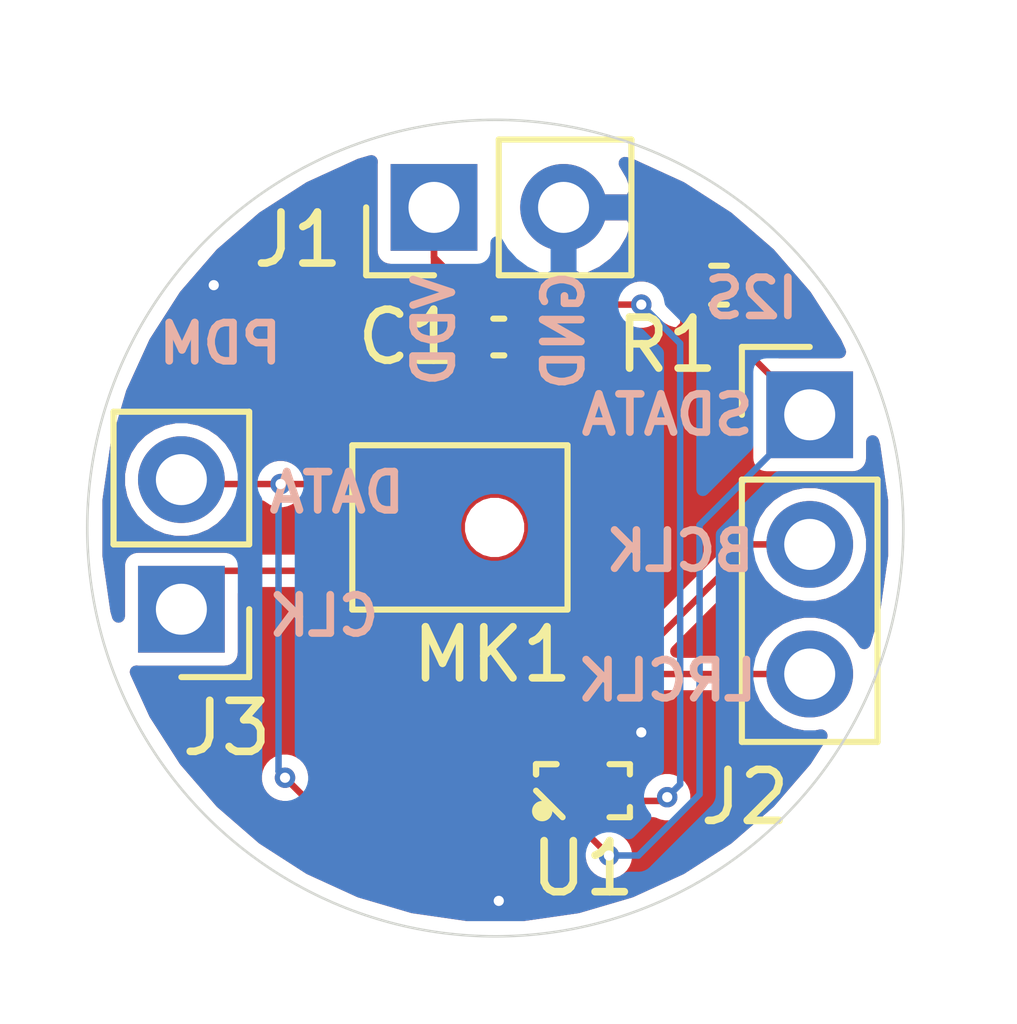
<source format=kicad_pcb>
(kicad_pcb (version 20171130) (host pcbnew 5.1.10)

  (general
    (thickness 1.6)
    (drawings 10)
    (tracks 55)
    (zones 0)
    (modules 7)
    (nets 8)
  )

  (page A4)
  (layers
    (0 F.Cu signal)
    (31 B.Cu signal)
    (32 B.Adhes user)
    (33 F.Adhes user)
    (34 B.Paste user)
    (35 F.Paste user)
    (36 B.SilkS user)
    (37 F.SilkS user)
    (38 B.Mask user)
    (39 F.Mask user)
    (40 Dwgs.User user)
    (41 Cmts.User user)
    (42 Eco1.User user)
    (43 Eco2.User user)
    (44 Edge.Cuts user)
    (45 Margin user)
    (46 B.CrtYd user)
    (47 F.CrtYd user)
    (48 B.Fab user hide)
    (49 F.Fab user hide)
  )

  (setup
    (last_trace_width 0.25)
    (trace_clearance 0.2)
    (zone_clearance 0.254)
    (zone_45_only no)
    (trace_min 0.127)
    (via_size 0.8)
    (via_drill 0.4)
    (via_min_size 0.4)
    (via_min_drill 0.2)
    (uvia_size 0.3)
    (uvia_drill 0.1)
    (uvias_allowed no)
    (uvia_min_size 0.2)
    (uvia_min_drill 0.1)
    (edge_width 0.05)
    (segment_width 0.2)
    (pcb_text_width 0.3)
    (pcb_text_size 1.5 1.5)
    (mod_edge_width 0.12)
    (mod_text_size 1 1)
    (mod_text_width 0.15)
    (pad_size 0.4 0.4)
    (pad_drill 0)
    (pad_to_mask_clearance 0)
    (aux_axis_origin 0 0)
    (visible_elements FFFFEF7F)
    (pcbplotparams
      (layerselection 0x010fc_ffffffff)
      (usegerberextensions false)
      (usegerberattributes true)
      (usegerberadvancedattributes true)
      (creategerberjobfile true)
      (excludeedgelayer true)
      (linewidth 0.100000)
      (plotframeref false)
      (viasonmask false)
      (mode 1)
      (useauxorigin false)
      (hpglpennumber 1)
      (hpglpenspeed 20)
      (hpglpendiameter 15.000000)
      (psnegative false)
      (psa4output false)
      (plotreference true)
      (plotvalue true)
      (plotinvisibletext false)
      (padsonsilk false)
      (subtractmaskfromsilk false)
      (outputformat 1)
      (mirror false)
      (drillshape 1)
      (scaleselection 1)
      (outputdirectory ""))
  )

  (net 0 "")
  (net 1 GND)
  (net 2 VDD)
  (net 3 /SDATA)
  (net 4 /BCLK)
  (net 5 /LRCLK)
  (net 6 /PDM_CLK)
  (net 7 /PDM_DAT)

  (net_class Default "This is the default net class."
    (clearance 0.2)
    (trace_width 0.25)
    (via_dia 0.8)
    (via_drill 0.4)
    (uvia_dia 0.3)
    (uvia_drill 0.1)
  )

  (net_class small ""
    (clearance 0.127)
    (trace_width 0.127)
    (via_dia 0.4)
    (via_drill 0.2)
    (uvia_dia 0.3)
    (uvia_drill 0.1)
    (add_net /BCLK)
    (add_net /LRCLK)
    (add_net /PDM_CLK)
    (add_net /PDM_DAT)
    (add_net /SDATA)
    (add_net GND)
    (add_net VDD)
  )

  (module custom:BGA-8_2x4_0.8x1.6mm (layer F.Cu) (tedit 0) (tstamp 60831848)
    (at 119.253 97.409 90)
    (path /6081731D)
    (attr smd)
    (fp_text reference U1 (at -1.524 0 180) (layer F.SilkS)
      (effects (font (size 1 1) (thickness 0.15)))
    )
    (fp_text value ADAU7002 (at 0 1.8 90) (layer F.Fab)
      (effects (font (size 1 1) (thickness 0.15)))
    )
    (fp_line (start 0 -0.8) (end -0.4 -0.4) (layer F.Fab) (width 0.1))
    (fp_line (start -0.4 -0.4) (end -0.4 0.8) (layer F.Fab) (width 0.1))
    (fp_line (start -0.4 0.8) (end 0.4 0.8) (layer F.Fab) (width 0.1))
    (fp_line (start 0.4 0.8) (end 0.4 -0.8) (layer F.Fab) (width 0.1))
    (fp_line (start 0.4 -0.8) (end 0 -0.8) (layer F.Fab) (width 0.1))
    (fp_line (start 0.32 -0.92) (end 0.52 -0.92) (layer F.SilkS) (width 0.12))
    (fp_line (start 0.52 -0.92) (end 0.52 -0.52) (layer F.SilkS) (width 0.12))
    (fp_line (start 0.32 -0.92) (end 0.52 -0.92) (layer F.SilkS) (width 0.12))
    (fp_line (start 0.52 -0.92) (end 0.52 -0.52) (layer F.SilkS) (width 0.12))
    (fp_line (start 0.32 0.92) (end 0.52 0.92) (layer F.SilkS) (width 0.12))
    (fp_line (start 0.52 0.92) (end 0.52 0.52) (layer F.SilkS) (width 0.12))
    (fp_line (start 0.32 -0.92) (end 0.52 -0.92) (layer F.SilkS) (width 0.12))
    (fp_line (start 0.52 -0.92) (end 0.52 -0.52) (layer F.SilkS) (width 0.12))
    (fp_line (start -0.32 0.92) (end -0.52 0.92) (layer F.SilkS) (width 0.12))
    (fp_line (start -0.52 0.92) (end -0.52 0.52) (layer F.SilkS) (width 0.12))
    (fp_line (start 0 -0.92) (end -0.52 -0.4) (layer F.SilkS) (width 0.12))
    (fp_circle (center -0.4 -0.8) (end -0.4 -0.7) (layer F.SilkS) (width 0.2))
    (fp_line (start -0.6 -1) (end 0.6 -1) (layer F.CrtYd) (width 0.05))
    (fp_line (start 0.6 -1) (end 0.6 1) (layer F.CrtYd) (width 0.05))
    (fp_line (start 0.6 1) (end -0.6 1) (layer F.CrtYd) (width 0.05))
    (fp_line (start -0.6 1) (end -0.6 -1) (layer F.CrtYd) (width 0.05))
    (pad D2 smd circle (at 0.2 0.6 90) (size 0.26 0.26) (layers F.Cu F.Paste F.Mask)
      (net 2 VDD))
    (pad C2 smd circle (at 0.2 0.2 90) (size 0.26 0.26) (layers F.Cu F.Paste F.Mask)
      (net 5 /LRCLK))
    (pad B2 smd circle (at 0.2 -0.2 90) (size 0.26 0.26) (layers F.Cu F.Paste F.Mask)
      (net 4 /BCLK))
    (pad A2 smd circle (at 0.2 -0.6 90) (size 0.26 0.26) (layers F.Cu F.Paste F.Mask)
      (net 6 /PDM_CLK))
    (pad D1 smd circle (at -0.2 0.6 90) (size 0.26 0.26) (layers F.Cu F.Paste F.Mask)
      (net 2 VDD))
    (pad C1 smd circle (at -0.2 0.2 90) (size 0.26 0.26) (layers F.Cu F.Paste F.Mask)
      (net 1 GND))
    (pad B1 smd circle (at -0.2 -0.2 90) (size 0.26 0.26) (layers F.Cu F.Paste F.Mask)
      (net 3 /SDATA))
    (pad A1 smd circle (at -0.2 -0.6 90) (size 0.26 0.26) (layers F.Cu F.Paste F.Mask)
      (net 7 /PDM_DAT))
  )

  (module Resistor_SMD:R_0402_1005Metric (layer F.Cu) (tedit 5F68FEEE) (tstamp 60831827)
    (at 121.92 87.503 180)
    (descr "Resistor SMD 0402 (1005 Metric), square (rectangular) end terminal, IPC_7351 nominal, (Body size source: IPC-SM-782 page 72, https://www.pcb-3d.com/wordpress/wp-content/uploads/ipc-sm-782a_amendment_1_and_2.pdf), generated with kicad-footprint-generator")
    (tags resistor)
    (path /6083C714)
    (attr smd)
    (fp_text reference R1 (at 1.016 -1.17) (layer F.SilkS)
      (effects (font (size 1 1) (thickness 0.15)))
    )
    (fp_text value 4k7 (at 0 1.17) (layer F.Fab)
      (effects (font (size 1 1) (thickness 0.15)))
    )
    (fp_line (start -0.525 0.27) (end -0.525 -0.27) (layer F.Fab) (width 0.1))
    (fp_line (start -0.525 -0.27) (end 0.525 -0.27) (layer F.Fab) (width 0.1))
    (fp_line (start 0.525 -0.27) (end 0.525 0.27) (layer F.Fab) (width 0.1))
    (fp_line (start 0.525 0.27) (end -0.525 0.27) (layer F.Fab) (width 0.1))
    (fp_line (start -0.153641 -0.38) (end 0.153641 -0.38) (layer F.SilkS) (width 0.12))
    (fp_line (start -0.153641 0.38) (end 0.153641 0.38) (layer F.SilkS) (width 0.12))
    (fp_line (start -0.93 0.47) (end -0.93 -0.47) (layer F.CrtYd) (width 0.05))
    (fp_line (start -0.93 -0.47) (end 0.93 -0.47) (layer F.CrtYd) (width 0.05))
    (fp_line (start 0.93 -0.47) (end 0.93 0.47) (layer F.CrtYd) (width 0.05))
    (fp_line (start 0.93 0.47) (end -0.93 0.47) (layer F.CrtYd) (width 0.05))
    (fp_text user %R (at 0 0) (layer F.Fab)
      (effects (font (size 0.26 0.26) (thickness 0.04)))
    )
    (pad 2 smd roundrect (at 0.51 0 180) (size 0.54 0.64) (layers F.Cu F.Paste F.Mask) (roundrect_rratio 0.25)
      (net 1 GND))
    (pad 1 smd roundrect (at -0.51 0 180) (size 0.54 0.64) (layers F.Cu F.Paste F.Mask) (roundrect_rratio 0.25)
      (net 3 /SDATA))
    (model ${KISYS3DMOD}/Resistor_SMD.3dshapes/R_0402_1005Metric.wrl
      (at (xyz 0 0 0))
      (scale (xyz 1 1 1))
      (rotate (xyz 0 0 0))
    )
  )

  (module Sensor_Audio:Infineon_PG-LLGA-5-1 (layer F.Cu) (tedit 5BB39B96) (tstamp 60831816)
    (at 116.84 92.25)
    (descr "Infineon_PG-LLGA-5-1 StepUp generated footprint, https://www.infineon.com/cms/en/product/packages/PG-LLGA/PG-LLGA-5-1/")
    (tags "infineon mems microphone")
    (path /60832ACD)
    (attr smd)
    (fp_text reference MK1 (at 0.635 2.492) (layer F.SilkS)
      (effects (font (size 1 1) (thickness 0.15)))
    )
    (fp_text value IM69D120 (at 0 2.5) (layer F.Fab)
      (effects (font (size 1 1) (thickness 0.15)))
    )
    (fp_line (start -1 -1.5) (end 2 -1.5) (layer F.Fab) (width 0.1))
    (fp_line (start 2 -1.5) (end 2 1.5) (layer F.Fab) (width 0.1))
    (fp_line (start 2 1.5) (end -2 1.5) (layer F.Fab) (width 0.1))
    (fp_line (start -2 1.5) (end -2 -0.5) (layer F.Fab) (width 0.1))
    (fp_line (start -2.25 -1.75) (end 2.25 -1.75) (layer F.CrtYd) (width 0.05))
    (fp_line (start 2.25 -1.75) (end 2.25 1.75) (layer F.CrtYd) (width 0.05))
    (fp_line (start 2.25 1.75) (end -2.25 1.75) (layer F.CrtYd) (width 0.05))
    (fp_line (start -2.25 1.75) (end -2.25 -1.75) (layer F.CrtYd) (width 0.05))
    (fp_line (start -2.11 -1.61) (end 2.11 -1.61) (layer F.SilkS) (width 0.12))
    (fp_line (start 2.11 -1.61) (end 2.11 1.61) (layer F.SilkS) (width 0.12))
    (fp_line (start 2.11 1.61) (end -2.11 1.61) (layer F.SilkS) (width 0.12))
    (fp_line (start -2.11 1.61) (end -2.11 -1.61) (layer F.SilkS) (width 0.12))
    (fp_line (start -2 -0.5) (end -1 -1.5) (layer F.Fab) (width 0.1))
    (fp_text user %R (at 0 0) (layer F.Fab)
      (effects (font (size 1 1) (thickness 0.15)))
    )
    (pad 5 smd custom (at 0.68 -0.81) (size 0.4 0.4) (layers F.Cu F.Mask)
      (net 1 GND) (zone_connect 0)
      (options (clearance outline) (anchor circle))
      (primitives
        (gr_circle (center 0 0.81) (end 0.81 0.81) (width 0.46))
      ))
    (pad "" smd custom (at 1.08 -0.693) (size 0.3 0.3) (layers F.Paste)
      (zone_connect 0)
      (options (clearance outline) (anchor circle))
      (primitives
        (gr_poly (pts
           (xy 0.332468 0.084738) (xy 0.321597 0.162013) (xy 0.281981 0.229246) (xy 0.219652 0.2762) (xy 0.144099 0.295729)
           (xy 0.066824 0.284857) (xy -0.000409 0.245242) (xy -0.1 0.173205) (xy -0.212181 0.122975) (xy -0.280106 0.084557)
           (xy -0.328158 0.023071) (xy -0.349023 -0.052124) (xy -0.339523 -0.12958) (xy -0.301106 -0.197505) (xy -0.239619 -0.245557)
           (xy -0.164424 -0.266422) (xy -0.086969 -0.256922) (xy 0.039636 -0.205356) (xy 0.158025 -0.137004) (xy 0.265986 -0.053144)
           (xy 0.31294 0.009185)) (width 0))
      ))
    (pad "" smd custom (at 0.28 -0.693) (size 0.3 0.3) (layers F.Paste)
      (zone_connect 0)
      (options (clearance outline) (anchor circle))
      (primitives
        (gr_poly (pts
           (xy 0.239619 -0.245557) (xy 0.301106 -0.197505) (xy 0.339523 -0.12958) (xy 0.349023 -0.052124) (xy 0.328158 0.023071)
           (xy 0.280106 0.084557) (xy 0.212181 0.122975) (xy 0.1 0.173205) (xy 0.000409 0.245242) (xy -0.066824 0.284857)
           (xy -0.144099 0.295729) (xy -0.219652 0.2762) (xy -0.281981 0.229246) (xy -0.321597 0.162013) (xy -0.332468 0.084738)
           (xy -0.31294 0.009185) (xy -0.265986 -0.053144) (xy -0.158025 -0.137004) (xy -0.039636 -0.205356) (xy 0.086969 -0.256922)
           (xy 0.164424 -0.266422)) (width 0))
      ))
    (pad "" smd custom (at -0.12 0) (size 0.3 0.3) (layers F.Paste)
      (zone_connect 0)
      (options (clearance outline) (anchor circle))
      (primitives
        (gr_poly (pts
           (xy -0.092849 -0.330295) (xy -0.020491 -0.359518) (xy 0.057542 -0.358826) (xy 0.12937 -0.328325) (xy 0.184059 -0.272658)
           (xy 0.213282 -0.2003) (xy 0.21259 -0.122267) (xy 0.2 0) (xy 0.21259 0.122267) (xy 0.213282 0.2003)
           (xy 0.184059 0.272658) (xy 0.12937 0.328325) (xy 0.057542 0.358826) (xy -0.020491 0.359518) (xy -0.092849 0.330295)
           (xy -0.148516 0.275607) (xy -0.179017 0.203778) (xy -0.197661 0.068352) (xy -0.197661 -0.068352) (xy -0.179017 -0.203778)
           (xy -0.148516 -0.275607)) (width 0))
      ))
    (pad "" smd custom (at 0.28 0.693) (size 0.3 0.3) (layers F.Paste)
      (zone_connect 0)
      (options (clearance outline) (anchor circle))
      (primitives
        (gr_poly (pts
           (xy -0.332475 -0.084712) (xy -0.32161 -0.161988) (xy -0.281999 -0.229224) (xy -0.219674 -0.276183) (xy -0.144122 -0.295717)
           (xy -0.066846 -0.284852) (xy 0.000389 -0.245242) (xy 0.099986 -0.173213) (xy 0.212171 -0.122991) (xy 0.280099 -0.084579)
           (xy 0.328156 -0.023096) (xy 0.349027 0.052097) (xy 0.339534 0.129554) (xy 0.301122 0.197481) (xy 0.239639 0.245538)
           (xy 0.164445 0.266409) (xy 0.086989 0.256916) (xy -0.03962 0.205359) (xy -0.158014 0.137016) (xy -0.265981 0.053165)
           (xy -0.312941 -0.00916)) (width 0))
      ))
    (pad "" smd custom (at 1.08 0.693) (size 0.3 0.3) (layers F.Paste)
      (zone_connect 0)
      (options (clearance outline) (anchor circle))
      (primitives
        (gr_poly (pts
           (xy -0.239617 0.245559) (xy -0.301104 0.197507) (xy -0.339522 0.129583) (xy -0.349022 0.052127) (xy -0.328158 -0.023068)
           (xy -0.280106 -0.084555) (xy -0.212182 -0.122973) (xy -0.100002 -0.173204) (xy -0.000411 -0.245242) (xy 0.066822 -0.284858)
           (xy 0.144097 -0.29573) (xy 0.21965 -0.276202) (xy 0.281979 -0.229248) (xy 0.321596 -0.162016) (xy 0.332468 -0.084741)
           (xy 0.31294 -0.009187) (xy 0.265986 0.053142) (xy 0.158026 0.137002) (xy 0.039638 0.205355) (xy -0.086966 0.256923)
           (xy -0.164422 0.266423)) (width 0))
      ))
    (pad "" smd custom (at 1.48 0) (size 0.3 0.3) (layers F.Paste)
      (zone_connect 0)
      (options (clearance outline) (anchor circle))
      (primitives
        (gr_poly (pts
           (xy 0.092849 0.330295) (xy 0.020491 0.359518) (xy -0.057542 0.358826) (xy -0.12937 0.328325) (xy -0.184059 0.272658)
           (xy -0.213282 0.2003) (xy -0.21259 0.122267) (xy -0.2 0) (xy -0.21259 -0.122267) (xy -0.213282 -0.2003)
           (xy -0.184059 -0.272658) (xy -0.12937 -0.328325) (xy -0.057542 -0.358826) (xy 0.020491 -0.359518) (xy 0.092849 -0.330295)
           (xy 0.148516 -0.275607) (xy 0.179017 -0.203778) (xy 0.197661 -0.068352) (xy 0.197661 0.068352) (xy 0.179017 0.203778)
           (xy 0.148516 0.275607)) (width 0))
      ))
    (pad "" smd custom (at -0.8 0.725) (size 0.3 0.3) (layers F.Paste)
      (zone_connect 0)
      (options (clearance outline) (anchor circle))
      (primitives
        (gr_poly (pts
           (xy 0.184776 -0.076537) (xy 0.141421 -0.141421) (xy 0.076537 -0.184776) (xy 0 -0.2) (xy -0.076537 -0.184776)
           (xy -0.141421 -0.141421) (xy -0.184776 -0.076537) (xy -0.2 0) (xy -0.2 0.25) (xy -0.184776 0.326537)
           (xy -0.141421 0.391421) (xy -0.076537 0.434776) (xy 0 0.45) (xy 0.076537 0.434776) (xy 0.141421 0.391421)
           (xy 0.184776 0.326537) (xy 0.2 0.25) (xy 0.2 0)) (width 0))
      ))
    (pad "" smd custom (at -1.5 0.725) (size 0.3 0.3) (layers F.Paste)
      (zone_connect 0)
      (options (clearance outline) (anchor circle))
      (primitives
        (gr_poly (pts
           (xy 0.184776 -0.076537) (xy 0.141421 -0.141421) (xy 0.076537 -0.184776) (xy 0 -0.2) (xy -0.076537 -0.184776)
           (xy -0.141421 -0.141421) (xy -0.184776 -0.076537) (xy -0.2 0) (xy -0.2 0.25) (xy -0.184776 0.326537)
           (xy -0.141421 0.391421) (xy -0.076537 0.434776) (xy 0 0.45) (xy 0.076537 0.434776) (xy 0.141421 0.391421)
           (xy 0.184776 0.326537) (xy 0.2 0.25) (xy 0.2 0)) (width 0))
      ))
    (pad "" smd custom (at -0.8 -0.725) (size 0.3 0.3) (layers F.Paste)
      (zone_connect 0)
      (options (clearance outline) (anchor circle))
      (primitives
        (gr_poly (pts
           (xy 0.184776 -0.326537) (xy 0.141421 -0.391421) (xy 0.076537 -0.434776) (xy 0 -0.45) (xy -0.076537 -0.434776)
           (xy -0.141421 -0.391421) (xy -0.184776 -0.326537) (xy -0.2 -0.25) (xy -0.2 0) (xy -0.184776 0.076537)
           (xy -0.141421 0.141421) (xy -0.076537 0.184776) (xy 0 0.2) (xy 0.076537 0.184776) (xy 0.141421 0.141421)
           (xy 0.184776 0.076537) (xy 0.2 0) (xy 0.2 -0.25)) (width 0))
      ))
    (pad "" smd custom (at -1.5 -0.725) (size 0.3 0.3) (layers F.Paste)
      (zone_connect 0)
      (options (clearance outline) (anchor circle))
      (primitives
        (gr_poly (pts
           (xy 0.184776 -0.326537) (xy 0.141421 -0.391421) (xy 0.076537 -0.434776) (xy 0 -0.45) (xy -0.076537 -0.434776)
           (xy -0.141421 -0.391421) (xy -0.184776 -0.326537) (xy -0.2 -0.25) (xy -0.2 0) (xy -0.184776 0.076537)
           (xy -0.141421 0.141421) (xy -0.076537 0.184776) (xy 0 0.2) (xy 0.076537 0.184776) (xy 0.141421 0.141421)
           (xy 0.184776 0.076537) (xy 0.2 0) (xy 0.2 -0.25)) (width 0))
      ))
    (pad "" np_thru_hole circle (at 0.68 0) (size 0.8 0.8) (drill 0.8) (layers *.Cu *.Mask))
    (pad 4 smd rect (at -0.8 0.85) (size 0.45 0.7) (layers F.Cu F.Mask)
      (net 1 GND))
    (pad 3 smd rect (at -1.5 0.85) (size 0.45 0.7) (layers F.Cu F.Mask)
      (net 6 /PDM_CLK))
    (pad 2 smd rect (at -0.8 -0.85) (size 0.45 0.7) (layers F.Cu F.Mask)
      (net 2 VDD))
    (pad 1 smd rect (at -1.5 -0.85) (size 0.45 0.7) (layers F.Cu F.Mask)
      (net 7 /PDM_DAT))
    (model ${KISYS3DMOD}/Sensor_Audio.3dshapes/Infineon_PG-LLGA-5-1.wrl
      (at (xyz 0 0 0))
      (scale (xyz 1 1 1))
      (rotate (xyz 0 0 0))
    )
  )

  (module Connector_PinHeader_2.54mm:PinHeader_1x02_P2.54mm_Vertical (layer F.Cu) (tedit 59FED5CC) (tstamp 608317F4)
    (at 111.379 93.853 180)
    (descr "Through hole straight pin header, 1x02, 2.54mm pitch, single row")
    (tags "Through hole pin header THT 1x02 2.54mm single row")
    (path /60859C8C)
    (fp_text reference J3 (at -0.889 -2.33) (layer F.SilkS)
      (effects (font (size 1 1) (thickness 0.15)))
    )
    (fp_text value Conn_01x02 (at 0 4.87) (layer F.Fab)
      (effects (font (size 1 1) (thickness 0.15)))
    )
    (fp_line (start -0.635 -1.27) (end 1.27 -1.27) (layer F.Fab) (width 0.1))
    (fp_line (start 1.27 -1.27) (end 1.27 3.81) (layer F.Fab) (width 0.1))
    (fp_line (start 1.27 3.81) (end -1.27 3.81) (layer F.Fab) (width 0.1))
    (fp_line (start -1.27 3.81) (end -1.27 -0.635) (layer F.Fab) (width 0.1))
    (fp_line (start -1.27 -0.635) (end -0.635 -1.27) (layer F.Fab) (width 0.1))
    (fp_line (start -1.33 3.87) (end 1.33 3.87) (layer F.SilkS) (width 0.12))
    (fp_line (start -1.33 1.27) (end -1.33 3.87) (layer F.SilkS) (width 0.12))
    (fp_line (start 1.33 1.27) (end 1.33 3.87) (layer F.SilkS) (width 0.12))
    (fp_line (start -1.33 1.27) (end 1.33 1.27) (layer F.SilkS) (width 0.12))
    (fp_line (start -1.33 0) (end -1.33 -1.33) (layer F.SilkS) (width 0.12))
    (fp_line (start -1.33 -1.33) (end 0 -1.33) (layer F.SilkS) (width 0.12))
    (fp_line (start -1.8 -1.8) (end -1.8 4.35) (layer F.CrtYd) (width 0.05))
    (fp_line (start -1.8 4.35) (end 1.8 4.35) (layer F.CrtYd) (width 0.05))
    (fp_line (start 1.8 4.35) (end 1.8 -1.8) (layer F.CrtYd) (width 0.05))
    (fp_line (start 1.8 -1.8) (end -1.8 -1.8) (layer F.CrtYd) (width 0.05))
    (fp_text user %R (at 0 1.27 90) (layer F.Fab)
      (effects (font (size 1 1) (thickness 0.15)))
    )
    (pad 2 thru_hole oval (at 0 2.54 180) (size 1.7 1.7) (drill 1) (layers *.Cu *.Mask)
      (net 7 /PDM_DAT))
    (pad 1 thru_hole rect (at 0 0 180) (size 1.7 1.7) (drill 1) (layers *.Cu *.Mask)
      (net 6 /PDM_CLK))
    (model ${KISYS3DMOD}/Connector_PinHeader_2.54mm.3dshapes/PinHeader_1x02_P2.54mm_Vertical.wrl
      (at (xyz 0 0 0))
      (scale (xyz 1 1 1))
      (rotate (xyz 0 0 0))
    )
  )

  (module Connector_PinHeader_2.54mm:PinHeader_1x03_P2.54mm_Vertical (layer F.Cu) (tedit 59FED5CC) (tstamp 608317DE)
    (at 123.698 90.043)
    (descr "Through hole straight pin header, 1x03, 2.54mm pitch, single row")
    (tags "Through hole pin header THT 1x03 2.54mm single row")
    (path /60856405)
    (fp_text reference J2 (at -1.27 7.493) (layer F.SilkS)
      (effects (font (size 1 1) (thickness 0.15)))
    )
    (fp_text value Conn_01x03 (at 0 7.41) (layer F.Fab)
      (effects (font (size 1 1) (thickness 0.15)))
    )
    (fp_line (start -0.635 -1.27) (end 1.27 -1.27) (layer F.Fab) (width 0.1))
    (fp_line (start 1.27 -1.27) (end 1.27 6.35) (layer F.Fab) (width 0.1))
    (fp_line (start 1.27 6.35) (end -1.27 6.35) (layer F.Fab) (width 0.1))
    (fp_line (start -1.27 6.35) (end -1.27 -0.635) (layer F.Fab) (width 0.1))
    (fp_line (start -1.27 -0.635) (end -0.635 -1.27) (layer F.Fab) (width 0.1))
    (fp_line (start -1.33 6.41) (end 1.33 6.41) (layer F.SilkS) (width 0.12))
    (fp_line (start -1.33 1.27) (end -1.33 6.41) (layer F.SilkS) (width 0.12))
    (fp_line (start 1.33 1.27) (end 1.33 6.41) (layer F.SilkS) (width 0.12))
    (fp_line (start -1.33 1.27) (end 1.33 1.27) (layer F.SilkS) (width 0.12))
    (fp_line (start -1.33 0) (end -1.33 -1.33) (layer F.SilkS) (width 0.12))
    (fp_line (start -1.33 -1.33) (end 0 -1.33) (layer F.SilkS) (width 0.12))
    (fp_line (start -1.8 -1.8) (end -1.8 6.85) (layer F.CrtYd) (width 0.05))
    (fp_line (start -1.8 6.85) (end 1.8 6.85) (layer F.CrtYd) (width 0.05))
    (fp_line (start 1.8 6.85) (end 1.8 -1.8) (layer F.CrtYd) (width 0.05))
    (fp_line (start 1.8 -1.8) (end -1.8 -1.8) (layer F.CrtYd) (width 0.05))
    (fp_text user %R (at 0 2.54 90) (layer F.Fab)
      (effects (font (size 1 1) (thickness 0.15)))
    )
    (pad 3 thru_hole oval (at 0 5.08) (size 1.7 1.7) (drill 1) (layers *.Cu *.Mask)
      (net 5 /LRCLK))
    (pad 2 thru_hole oval (at 0 2.54) (size 1.7 1.7) (drill 1) (layers *.Cu *.Mask)
      (net 4 /BCLK))
    (pad 1 thru_hole rect (at 0 0) (size 1.7 1.7) (drill 1) (layers *.Cu *.Mask)
      (net 3 /SDATA))
    (model ${KISYS3DMOD}/Connector_PinHeader_2.54mm.3dshapes/PinHeader_1x03_P2.54mm_Vertical.wrl
      (at (xyz 0 0 0))
      (scale (xyz 1 1 1))
      (rotate (xyz 0 0 0))
    )
  )

  (module Connector_PinHeader_2.54mm:PinHeader_1x02_P2.54mm_Vertical (layer F.Cu) (tedit 59FED5CC) (tstamp 608317C7)
    (at 116.332 85.979 90)
    (descr "Through hole straight pin header, 1x02, 2.54mm pitch, single row")
    (tags "Through hole pin header THT 1x02 2.54mm single row")
    (path /608553F2)
    (fp_text reference J1 (at -0.635 -2.667 180) (layer F.SilkS)
      (effects (font (size 1 1) (thickness 0.15)))
    )
    (fp_text value Conn_01x02 (at 0 4.87 90) (layer F.Fab)
      (effects (font (size 1 1) (thickness 0.15)))
    )
    (fp_line (start -0.635 -1.27) (end 1.27 -1.27) (layer F.Fab) (width 0.1))
    (fp_line (start 1.27 -1.27) (end 1.27 3.81) (layer F.Fab) (width 0.1))
    (fp_line (start 1.27 3.81) (end -1.27 3.81) (layer F.Fab) (width 0.1))
    (fp_line (start -1.27 3.81) (end -1.27 -0.635) (layer F.Fab) (width 0.1))
    (fp_line (start -1.27 -0.635) (end -0.635 -1.27) (layer F.Fab) (width 0.1))
    (fp_line (start -1.33 3.87) (end 1.33 3.87) (layer F.SilkS) (width 0.12))
    (fp_line (start -1.33 1.27) (end -1.33 3.87) (layer F.SilkS) (width 0.12))
    (fp_line (start 1.33 1.27) (end 1.33 3.87) (layer F.SilkS) (width 0.12))
    (fp_line (start -1.33 1.27) (end 1.33 1.27) (layer F.SilkS) (width 0.12))
    (fp_line (start -1.33 0) (end -1.33 -1.33) (layer F.SilkS) (width 0.12))
    (fp_line (start -1.33 -1.33) (end 0 -1.33) (layer F.SilkS) (width 0.12))
    (fp_line (start -1.8 -1.8) (end -1.8 4.35) (layer F.CrtYd) (width 0.05))
    (fp_line (start -1.8 4.35) (end 1.8 4.35) (layer F.CrtYd) (width 0.05))
    (fp_line (start 1.8 4.35) (end 1.8 -1.8) (layer F.CrtYd) (width 0.05))
    (fp_line (start 1.8 -1.8) (end -1.8 -1.8) (layer F.CrtYd) (width 0.05))
    (fp_text user %R (at 0 1.27) (layer F.Fab)
      (effects (font (size 1 1) (thickness 0.15)))
    )
    (pad 2 thru_hole oval (at 0 2.54 90) (size 1.7 1.7) (drill 1) (layers *.Cu *.Mask)
      (net 1 GND))
    (pad 1 thru_hole rect (at 0 0 90) (size 1.7 1.7) (drill 1) (layers *.Cu *.Mask)
      (net 2 VDD))
    (model ${KISYS3DMOD}/Connector_PinHeader_2.54mm.3dshapes/PinHeader_1x02_P2.54mm_Vertical.wrl
      (at (xyz 0 0 0))
      (scale (xyz 1 1 1))
      (rotate (xyz 0 0 0))
    )
  )

  (module Capacitor_SMD:C_0402_1005Metric (layer F.Cu) (tedit 5F68FEEE) (tstamp 608317B1)
    (at 117.602 88.519)
    (descr "Capacitor SMD 0402 (1005 Metric), square (rectangular) end terminal, IPC_7351 nominal, (Body size source: IPC-SM-782 page 76, https://www.pcb-3d.com/wordpress/wp-content/uploads/ipc-sm-782a_amendment_1_and_2.pdf), generated with kicad-footprint-generator")
    (tags capacitor)
    (path /60838268)
    (attr smd)
    (fp_text reference C1 (at -1.778 0) (layer F.SilkS)
      (effects (font (size 1 1) (thickness 0.15)))
    )
    (fp_text value 0.1uF (at 0 1.16) (layer F.Fab)
      (effects (font (size 1 1) (thickness 0.15)))
    )
    (fp_line (start -0.5 0.25) (end -0.5 -0.25) (layer F.Fab) (width 0.1))
    (fp_line (start -0.5 -0.25) (end 0.5 -0.25) (layer F.Fab) (width 0.1))
    (fp_line (start 0.5 -0.25) (end 0.5 0.25) (layer F.Fab) (width 0.1))
    (fp_line (start 0.5 0.25) (end -0.5 0.25) (layer F.Fab) (width 0.1))
    (fp_line (start -0.107836 -0.36) (end 0.107836 -0.36) (layer F.SilkS) (width 0.12))
    (fp_line (start -0.107836 0.36) (end 0.107836 0.36) (layer F.SilkS) (width 0.12))
    (fp_line (start -0.91 0.46) (end -0.91 -0.46) (layer F.CrtYd) (width 0.05))
    (fp_line (start -0.91 -0.46) (end 0.91 -0.46) (layer F.CrtYd) (width 0.05))
    (fp_line (start 0.91 -0.46) (end 0.91 0.46) (layer F.CrtYd) (width 0.05))
    (fp_line (start 0.91 0.46) (end -0.91 0.46) (layer F.CrtYd) (width 0.05))
    (fp_text user %R (at 0 0) (layer F.Fab)
      (effects (font (size 0.25 0.25) (thickness 0.04)))
    )
    (pad 2 smd roundrect (at 0.48 0) (size 0.56 0.62) (layers F.Cu F.Paste F.Mask) (roundrect_rratio 0.25)
      (net 1 GND))
    (pad 1 smd roundrect (at -0.48 0) (size 0.56 0.62) (layers F.Cu F.Paste F.Mask) (roundrect_rratio 0.25)
      (net 2 VDD))
    (model ${KISYS3DMOD}/Capacitor_SMD.3dshapes/C_0402_1005Metric.wrl
      (at (xyz 0 0 0))
      (scale (xyz 1 1 1))
      (rotate (xyz 0 0 0))
    )
  )

  (gr_text CLK (at 114.173 93.98) (layer B.SilkS)
    (effects (font (size 0.75 0.75) (thickness 0.15)) (justify mirror))
  )
  (gr_text DATA (at 114.427 91.567) (layer B.SilkS)
    (effects (font (size 0.75 0.75) (thickness 0.15)) (justify mirror))
  )
  (gr_text I2S (at 122.555 87.757) (layer B.SilkS)
    (effects (font (size 0.75 0.75) (thickness 0.15)) (justify mirror))
  )
  (gr_text PDM (at 112.141 88.646) (layer B.SilkS)
    (effects (font (size 0.75 0.75) (thickness 0.15)) (justify mirror))
  )
  (gr_text LRCLK (at 120.904 95.25) (layer B.SilkS)
    (effects (font (size 0.75 0.75) (thickness 0.15)) (justify mirror))
  )
  (gr_text BCLK (at 121.158 92.71) (layer B.SilkS)
    (effects (font (size 0.75 0.75) (thickness 0.15)) (justify mirror))
  )
  (gr_text SDATA (at 120.904 90.043) (layer B.SilkS)
    (effects (font (size 0.75 0.75) (thickness 0.15)) (justify mirror))
  )
  (gr_text VDD (at 116.332 88.392 90) (layer B.SilkS)
    (effects (font (size 0.75 0.75) (thickness 0.15)) (justify mirror))
  )
  (gr_text GND (at 118.872 88.392 90) (layer B.SilkS)
    (effects (font (size 0.75 0.75) (thickness 0.15)) (justify mirror))
  )
  (gr_circle (center 117.53342 92.26296) (end 125.53342 92.26296) (layer Edge.Cuts) (width 0.05))

  (via (at 117.602 99.568) (size 0.4) (drill 0.2) (layers F.Cu B.Cu) (net 1))
  (via (at 112.014 87.503) (size 0.4) (drill 0.2) (layers F.Cu B.Cu) (net 1))
  (segment (start 119.453 97.792847) (end 119.704153 98.044) (width 0.127) (layer F.Cu) (net 1))
  (segment (start 119.453 97.609) (end 119.453 97.792847) (width 0.127) (layer F.Cu) (net 1))
  (segment (start 119.704153 98.044) (end 120.142 98.044) (width 0.127) (layer F.Cu) (net 1))
  (via (at 120.396 96.266) (size 0.4) (drill 0.2) (layers F.Cu B.Cu) (net 1))
  (segment (start 117.223 91.44) (end 117.52 91.44) (width 0.127) (layer F.Cu) (net 1))
  (segment (start 118.082 89.817) (end 118.082 88.519) (width 0.127) (layer F.Cu) (net 1))
  (segment (start 117.52 90.379) (end 118.082 89.817) (width 0.127) (layer F.Cu) (net 1))
  (segment (start 117.52 91.44) (end 117.52 90.379) (width 0.127) (layer F.Cu) (net 1))
  (segment (start 116.332 87.729) (end 117.122 88.519) (width 0.127) (layer F.Cu) (net 2))
  (segment (start 116.332 85.979) (end 116.332 87.729) (width 0.127) (layer F.Cu) (net 2))
  (segment (start 116.04 89.601) (end 117.122 88.519) (width 0.127) (layer F.Cu) (net 2))
  (segment (start 116.04 91.4) (end 116.04 89.601) (width 0.127) (layer F.Cu) (net 2))
  (segment (start 117.26 87.884) (end 120.396 87.884) (width 0.127) (layer F.Cu) (net 2))
  (segment (start 116.332 86.956) (end 117.26 87.884) (width 0.127) (layer F.Cu) (net 2))
  (segment (start 116.332 85.979) (end 116.332 86.956) (width 0.127) (layer F.Cu) (net 2))
  (via (at 120.396 87.884) (size 0.4) (drill 0.2) (layers F.Cu B.Cu) (net 2))
  (segment (start 120.831 97.609) (end 120.904 97.536) (width 0.127) (layer F.Cu) (net 2))
  (segment (start 119.853 97.609) (end 120.831 97.609) (width 0.127) (layer F.Cu) (net 2))
  (via (at 120.904 97.536) (size 0.4) (drill 0.2) (layers F.Cu B.Cu) (net 2))
  (segment (start 121.158 97.282) (end 120.904 97.536) (width 0.127) (layer B.Cu) (net 2))
  (segment (start 121.158 88.646) (end 121.158 97.282) (width 0.127) (layer B.Cu) (net 2))
  (segment (start 120.396 87.884) (end 121.158 88.646) (width 0.127) (layer B.Cu) (net 2))
  (segment (start 119.853 97.609) (end 119.853 97.209) (width 0.127) (layer F.Cu) (net 2))
  (segment (start 122.43 88.775) (end 123.698 90.043) (width 0.127) (layer F.Cu) (net 3))
  (segment (start 122.43 87.503) (end 122.43 88.775) (width 0.127) (layer F.Cu) (net 3))
  (via (at 119.761 98.679) (size 0.4) (drill 0.2) (layers F.Cu B.Cu) (net 3))
  (segment (start 119.053 97.971) (end 119.053 97.609) (width 0.127) (layer F.Cu) (net 3))
  (segment (start 119.761 98.679) (end 119.053 97.971) (width 0.127) (layer F.Cu) (net 3))
  (segment (start 121.539 97.478942) (end 120.338942 98.679) (width 0.127) (layer B.Cu) (net 3))
  (segment (start 121.539 92.202) (end 121.539 97.478942) (width 0.127) (layer B.Cu) (net 3))
  (segment (start 120.338942 98.679) (end 119.761 98.679) (width 0.127) (layer B.Cu) (net 3))
  (segment (start 123.698 90.043) (end 121.539 92.202) (width 0.127) (layer B.Cu) (net 3))
  (segment (start 122.555 92.583) (end 123.698 92.583) (width 0.127) (layer F.Cu) (net 4))
  (segment (start 119.053 96.085) (end 122.555 92.583) (width 0.127) (layer F.Cu) (net 4))
  (segment (start 119.053 97.209) (end 119.053 96.085) (width 0.127) (layer F.Cu) (net 4))
  (segment (start 119.453 97.209) (end 119.453 96.193) (width 0.127) (layer F.Cu) (net 5))
  (segment (start 120.523 95.123) (end 123.698 95.123) (width 0.127) (layer F.Cu) (net 5))
  (segment (start 119.453 96.193) (end 120.523 95.123) (width 0.127) (layer F.Cu) (net 5))
  (segment (start 112.132 93.1) (end 111.379 93.853) (width 0.127) (layer F.Cu) (net 6))
  (segment (start 115.34 93.1) (end 112.132 93.1) (width 0.127) (layer F.Cu) (net 6))
  (segment (start 118.653 97.209) (end 117.656 97.209) (width 0.127) (layer F.Cu) (net 6))
  (segment (start 115.34 94.893) (end 115.34 93.1) (width 0.127) (layer F.Cu) (net 6))
  (segment (start 117.656 97.209) (end 115.34 94.893) (width 0.127) (layer F.Cu) (net 6))
  (segment (start 111.466 91.4) (end 111.379 91.313) (width 0.127) (layer F.Cu) (net 7))
  (segment (start 113.865 97.609) (end 113.411 97.155) (width 0.127) (layer F.Cu) (net 7))
  (via (at 113.411 97.155) (size 0.4) (drill 0.2) (layers F.Cu B.Cu) (net 7))
  (segment (start 118.653 97.609) (end 113.865 97.609) (width 0.127) (layer F.Cu) (net 7))
  (via (at 113.324 91.4) (size 0.4) (drill 0.2) (layers F.Cu B.Cu) (net 7))
  (segment (start 113.324 91.4) (end 111.466 91.4) (width 0.127) (layer F.Cu) (net 7))
  (segment (start 115.34 91.4) (end 113.324 91.4) (width 0.127) (layer F.Cu) (net 7))
  (segment (start 113.284 91.44) (end 113.324 91.4) (width 0.127) (layer B.Cu) (net 7))
  (segment (start 113.284 97.028) (end 113.284 91.44) (width 0.127) (layer B.Cu) (net 7))
  (segment (start 113.411 97.155) (end 113.284 97.028) (width 0.127) (layer B.Cu) (net 7))

  (zone (net 1) (net_name GND) (layer B.Cu) (tstamp 608AE49E) (hatch edge 0.508)
    (connect_pads (clearance 0.254))
    (min_thickness 0.254)
    (fill yes (arc_segments 32) (thermal_gap 0.508) (thermal_bridge_width 0.508))
    (polygon
      (pts
        (xy 127.508 101.727) (xy 107.95 101.727) (xy 107.95 82.169) (xy 127.508 82.169)
      )
    )
    (filled_polygon
      (pts
        (xy 115.099157 85.129) (xy 115.099157 86.829) (xy 115.106513 86.903689) (xy 115.128299 86.975508) (xy 115.163678 87.041696)
        (xy 115.211289 87.099711) (xy 115.269304 87.147322) (xy 115.335492 87.182701) (xy 115.407311 87.204487) (xy 115.482 87.211843)
        (xy 117.182 87.211843) (xy 117.256689 87.204487) (xy 117.328508 87.182701) (xy 117.394696 87.147322) (xy 117.452711 87.099711)
        (xy 117.500322 87.041696) (xy 117.535701 86.975508) (xy 117.557487 86.903689) (xy 117.564843 86.829) (xy 117.564843 86.672367)
        (xy 117.676822 86.860355) (xy 117.871731 87.076588) (xy 118.10508 87.250641) (xy 118.367901 87.375825) (xy 118.51511 87.420476)
        (xy 118.745 87.299155) (xy 118.745 86.106) (xy 118.999 86.106) (xy 118.999 87.299155) (xy 119.22889 87.420476)
        (xy 119.376099 87.375825) (xy 119.63892 87.250641) (xy 119.872269 87.076588) (xy 120.067178 86.860355) (xy 120.216157 86.610252)
        (xy 120.313481 86.335891) (xy 120.192814 86.106) (xy 118.999 86.106) (xy 118.745 86.106) (xy 118.725 86.106)
        (xy 118.725 85.852) (xy 118.745 85.852) (xy 118.745 85.832) (xy 118.999 85.832) (xy 118.999 85.852)
        (xy 120.192814 85.852) (xy 120.313481 85.622109) (xy 120.216157 85.347748) (xy 120.077908 85.115658) (xy 120.187251 85.147764)
        (xy 121.172837 85.597866) (xy 122.084335 86.18365) (xy 122.903189 86.893191) (xy 123.61273 87.712045) (xy 124.198514 88.623543)
        (xy 124.283738 88.810157) (xy 122.848 88.810157) (xy 122.773311 88.817513) (xy 122.701492 88.839299) (xy 122.635304 88.874678)
        (xy 122.577289 88.922289) (xy 122.529678 88.980304) (xy 122.494299 89.046492) (xy 122.472513 89.118311) (xy 122.465157 89.193)
        (xy 122.465157 90.647225) (xy 121.6025 91.509883) (xy 121.6025 88.66782) (xy 121.604649 88.646) (xy 121.6025 88.62418)
        (xy 121.6025 88.62417) (xy 121.596068 88.558863) (xy 121.570651 88.475074) (xy 121.553332 88.442672) (xy 121.529376 88.397854)
        (xy 121.487745 88.347127) (xy 121.487742 88.347124) (xy 121.473829 88.330171) (xy 121.456877 88.316259) (xy 120.977 87.836383)
        (xy 120.977 87.826777) (xy 120.954672 87.714529) (xy 120.910875 87.608793) (xy 120.847292 87.513634) (xy 120.766366 87.432708)
        (xy 120.671207 87.369125) (xy 120.565471 87.325328) (xy 120.453223 87.303) (xy 120.338777 87.303) (xy 120.226529 87.325328)
        (xy 120.120793 87.369125) (xy 120.025634 87.432708) (xy 119.944708 87.513634) (xy 119.881125 87.608793) (xy 119.837328 87.714529)
        (xy 119.815 87.826777) (xy 119.815 87.941223) (xy 119.837328 88.053471) (xy 119.881125 88.159207) (xy 119.944708 88.254366)
        (xy 120.025634 88.335292) (xy 120.120793 88.398875) (xy 120.226529 88.442672) (xy 120.338777 88.465) (xy 120.348383 88.465)
        (xy 120.7135 88.830118) (xy 120.713501 96.986038) (xy 120.628793 97.021125) (xy 120.533634 97.084708) (xy 120.452708 97.165634)
        (xy 120.389125 97.260793) (xy 120.345328 97.366529) (xy 120.323 97.478777) (xy 120.323 97.593223) (xy 120.345328 97.705471)
        (xy 120.389125 97.811207) (xy 120.452708 97.906366) (xy 120.467833 97.921491) (xy 120.154825 98.2345) (xy 120.138158 98.2345)
        (xy 120.131366 98.227708) (xy 120.036207 98.164125) (xy 119.930471 98.120328) (xy 119.818223 98.098) (xy 119.703777 98.098)
        (xy 119.591529 98.120328) (xy 119.485793 98.164125) (xy 119.390634 98.227708) (xy 119.309708 98.308634) (xy 119.246125 98.403793)
        (xy 119.202328 98.509529) (xy 119.18 98.621777) (xy 119.18 98.736223) (xy 119.202328 98.848471) (xy 119.246125 98.954207)
        (xy 119.309708 99.049366) (xy 119.390634 99.130292) (xy 119.485793 99.193875) (xy 119.591529 99.237672) (xy 119.703777 99.26)
        (xy 119.818223 99.26) (xy 119.930471 99.237672) (xy 120.036207 99.193875) (xy 120.131366 99.130292) (xy 120.138158 99.1235)
        (xy 120.317122 99.1235) (xy 120.338942 99.125649) (xy 120.360762 99.1235) (xy 120.360772 99.1235) (xy 120.426079 99.117068)
        (xy 120.509868 99.091651) (xy 120.587087 99.050376) (xy 120.654771 98.994829) (xy 120.668689 98.97787) (xy 121.837876 97.808684)
        (xy 121.854829 97.794771) (xy 121.910376 97.727087) (xy 121.951651 97.649868) (xy 121.977068 97.566079) (xy 121.9835 97.500772)
        (xy 121.9835 97.500763) (xy 121.985649 97.478943) (xy 121.9835 97.457123) (xy 121.9835 92.461757) (xy 122.467 92.461757)
        (xy 122.467 92.704243) (xy 122.514307 92.942069) (xy 122.607102 93.166097) (xy 122.74182 93.367717) (xy 122.913283 93.53918)
        (xy 123.114903 93.673898) (xy 123.338931 93.766693) (xy 123.576757 93.814) (xy 123.819243 93.814) (xy 124.057069 93.766693)
        (xy 124.281097 93.673898) (xy 124.482717 93.53918) (xy 124.65418 93.367717) (xy 124.788898 93.166097) (xy 124.881693 92.942069)
        (xy 124.929 92.704243) (xy 124.929 92.461757) (xy 124.881693 92.223931) (xy 124.788898 91.999903) (xy 124.65418 91.798283)
        (xy 124.482717 91.62682) (xy 124.281097 91.492102) (xy 124.057069 91.399307) (xy 123.819243 91.352) (xy 123.576757 91.352)
        (xy 123.338931 91.399307) (xy 123.114903 91.492102) (xy 122.913283 91.62682) (xy 122.74182 91.798283) (xy 122.607102 91.999903)
        (xy 122.514307 92.223931) (xy 122.467 92.461757) (xy 121.9835 92.461757) (xy 121.9835 92.386117) (xy 123.093775 91.275843)
        (xy 124.548 91.275843) (xy 124.622689 91.268487) (xy 124.694508 91.246701) (xy 124.760696 91.211322) (xy 124.818711 91.163711)
        (xy 124.866322 91.105696) (xy 124.901701 91.039508) (xy 124.923487 90.967689) (xy 124.930843 90.893) (xy 124.930843 90.570306)
        (xy 124.953873 90.648739) (xy 125.108071 91.72121) (xy 125.108071 92.80471) (xy 124.953873 93.877181) (xy 124.768322 94.509109)
        (xy 124.65418 94.338283) (xy 124.482717 94.16682) (xy 124.281097 94.032102) (xy 124.057069 93.939307) (xy 123.819243 93.892)
        (xy 123.576757 93.892) (xy 123.338931 93.939307) (xy 123.114903 94.032102) (xy 122.913283 94.16682) (xy 122.74182 94.338283)
        (xy 122.607102 94.539903) (xy 122.514307 94.763931) (xy 122.467 95.001757) (xy 122.467 95.244243) (xy 122.514307 95.482069)
        (xy 122.607102 95.706097) (xy 122.74182 95.907717) (xy 122.913283 96.07918) (xy 123.114903 96.213898) (xy 123.338931 96.306693)
        (xy 123.576757 96.354) (xy 123.819243 96.354) (xy 123.921323 96.333695) (xy 123.61273 96.813875) (xy 122.903189 97.632729)
        (xy 122.084335 98.34227) (xy 121.172837 98.928054) (xy 120.187251 99.378156) (xy 119.147641 99.683413) (xy 118.07517 99.837611)
        (xy 116.99167 99.837611) (xy 115.919199 99.683413) (xy 114.879589 99.378156) (xy 113.894003 98.928054) (xy 112.982505 98.34227)
        (xy 112.163651 97.632729) (xy 111.45411 96.813875) (xy 110.868326 95.902377) (xy 110.493846 95.082381) (xy 110.529 95.085843)
        (xy 112.229 95.085843) (xy 112.303689 95.078487) (xy 112.375508 95.056701) (xy 112.441696 95.021322) (xy 112.499711 94.973711)
        (xy 112.547322 94.915696) (xy 112.582701 94.849508) (xy 112.604487 94.777689) (xy 112.611843 94.703) (xy 112.611843 93.003)
        (xy 112.604487 92.928311) (xy 112.582701 92.856492) (xy 112.547322 92.790304) (xy 112.499711 92.732289) (xy 112.441696 92.684678)
        (xy 112.375508 92.649299) (xy 112.303689 92.627513) (xy 112.229 92.620157) (xy 110.529 92.620157) (xy 110.454311 92.627513)
        (xy 110.382492 92.649299) (xy 110.316304 92.684678) (xy 110.258289 92.732289) (xy 110.210678 92.790304) (xy 110.175299 92.856492)
        (xy 110.153513 92.928311) (xy 110.146157 93.003) (xy 110.146157 93.990216) (xy 110.112967 93.877181) (xy 109.958769 92.80471)
        (xy 109.958769 91.72121) (xy 110.034892 91.191757) (xy 110.148 91.191757) (xy 110.148 91.434243) (xy 110.195307 91.672069)
        (xy 110.288102 91.896097) (xy 110.42282 92.097717) (xy 110.594283 92.26918) (xy 110.795903 92.403898) (xy 111.019931 92.496693)
        (xy 111.257757 92.544) (xy 111.500243 92.544) (xy 111.738069 92.496693) (xy 111.962097 92.403898) (xy 112.163717 92.26918)
        (xy 112.33518 92.097717) (xy 112.469898 91.896097) (xy 112.562693 91.672069) (xy 112.61 91.434243) (xy 112.61 91.342777)
        (xy 112.743 91.342777) (xy 112.743 91.457223) (xy 112.765328 91.569471) (xy 112.809125 91.675207) (xy 112.839501 91.720668)
        (xy 112.8395 97.00618) (xy 112.837351 97.028) (xy 112.8395 97.04982) (xy 112.8395 97.049829) (xy 112.839512 97.049956)
        (xy 112.83 97.097777) (xy 112.83 97.212223) (xy 112.852328 97.324471) (xy 112.896125 97.430207) (xy 112.959708 97.525366)
        (xy 113.040634 97.606292) (xy 113.135793 97.669875) (xy 113.241529 97.713672) (xy 113.353777 97.736) (xy 113.468223 97.736)
        (xy 113.580471 97.713672) (xy 113.686207 97.669875) (xy 113.781366 97.606292) (xy 113.862292 97.525366) (xy 113.925875 97.430207)
        (xy 113.969672 97.324471) (xy 113.992 97.212223) (xy 113.992 97.097777) (xy 113.969672 96.985529) (xy 113.925875 96.879793)
        (xy 113.862292 96.784634) (xy 113.781366 96.703708) (xy 113.7285 96.668384) (xy 113.7285 92.173078) (xy 116.739 92.173078)
        (xy 116.739 92.326922) (xy 116.769013 92.477809) (xy 116.827887 92.619942) (xy 116.913358 92.747859) (xy 117.022141 92.856642)
        (xy 117.150058 92.942113) (xy 117.292191 93.000987) (xy 117.443078 93.031) (xy 117.596922 93.031) (xy 117.747809 93.000987)
        (xy 117.889942 92.942113) (xy 118.017859 92.856642) (xy 118.126642 92.747859) (xy 118.212113 92.619942) (xy 118.270987 92.477809)
        (xy 118.301 92.326922) (xy 118.301 92.173078) (xy 118.270987 92.022191) (xy 118.212113 91.880058) (xy 118.126642 91.752141)
        (xy 118.017859 91.643358) (xy 117.889942 91.557887) (xy 117.747809 91.499013) (xy 117.596922 91.469) (xy 117.443078 91.469)
        (xy 117.292191 91.499013) (xy 117.150058 91.557887) (xy 117.022141 91.643358) (xy 116.913358 91.752141) (xy 116.827887 91.880058)
        (xy 116.769013 92.022191) (xy 116.739 92.173078) (xy 113.7285 92.173078) (xy 113.7285 91.817158) (xy 113.775292 91.770366)
        (xy 113.838875 91.675207) (xy 113.882672 91.569471) (xy 113.905 91.457223) (xy 113.905 91.342777) (xy 113.882672 91.230529)
        (xy 113.838875 91.124793) (xy 113.775292 91.029634) (xy 113.694366 90.948708) (xy 113.599207 90.885125) (xy 113.493471 90.841328)
        (xy 113.381223 90.819) (xy 113.266777 90.819) (xy 113.154529 90.841328) (xy 113.048793 90.885125) (xy 112.953634 90.948708)
        (xy 112.872708 91.029634) (xy 112.809125 91.124793) (xy 112.765328 91.230529) (xy 112.743 91.342777) (xy 112.61 91.342777)
        (xy 112.61 91.191757) (xy 112.562693 90.953931) (xy 112.469898 90.729903) (xy 112.33518 90.528283) (xy 112.163717 90.35682)
        (xy 111.962097 90.222102) (xy 111.738069 90.129307) (xy 111.500243 90.082) (xy 111.257757 90.082) (xy 111.019931 90.129307)
        (xy 110.795903 90.222102) (xy 110.594283 90.35682) (xy 110.42282 90.528283) (xy 110.288102 90.729903) (xy 110.195307 90.953931)
        (xy 110.148 91.191757) (xy 110.034892 91.191757) (xy 110.112967 90.648739) (xy 110.418224 89.609129) (xy 110.868326 88.623543)
        (xy 111.45411 87.712045) (xy 112.163651 86.893191) (xy 112.982505 86.18365) (xy 113.894003 85.597866) (xy 114.879589 85.147764)
        (xy 115.103793 85.081932)
      )
    )
  )
  (zone (net 1) (net_name GND) (layer F.Cu) (tstamp 608AE49B) (hatch edge 0.508)
    (connect_pads (clearance 0.254))
    (min_thickness 0.254)
    (fill yes (arc_segments 32) (thermal_gap 0.508) (thermal_bridge_width 0.508))
    (polygon
      (pts
        (xy 127.762 101.981) (xy 107.823 101.981) (xy 107.823 81.915) (xy 127.762 81.915)
      )
    )
    (filled_polygon
      (pts
        (xy 114.761299 93.596508) (xy 114.796678 93.662696) (xy 114.844289 93.720711) (xy 114.895501 93.762739) (xy 114.8955 94.87118)
        (xy 114.893351 94.893) (xy 114.8955 94.91482) (xy 114.8955 94.914829) (xy 114.901932 94.980136) (xy 114.908491 95.001757)
        (xy 114.927349 95.063925) (xy 114.968624 95.141145) (xy 115.006185 95.186913) (xy 115.024171 95.208829) (xy 115.04113 95.222747)
        (xy 116.982882 97.1645) (xy 114.049118 97.1645) (xy 113.992 97.107382) (xy 113.992 97.097777) (xy 113.969672 96.985529)
        (xy 113.925875 96.879793) (xy 113.862292 96.784634) (xy 113.781366 96.703708) (xy 113.686207 96.640125) (xy 113.580471 96.596328)
        (xy 113.468223 96.574) (xy 113.353777 96.574) (xy 113.241529 96.596328) (xy 113.135793 96.640125) (xy 113.040634 96.703708)
        (xy 112.959708 96.784634) (xy 112.896125 96.879793) (xy 112.852328 96.985529) (xy 112.83 97.097777) (xy 112.83 97.212223)
        (xy 112.852328 97.324471) (xy 112.896125 97.430207) (xy 112.959708 97.525366) (xy 113.040634 97.606292) (xy 113.135793 97.669875)
        (xy 113.241529 97.713672) (xy 113.353777 97.736) (xy 113.363382 97.736) (xy 113.535258 97.907876) (xy 113.549171 97.924829)
        (xy 113.566124 97.938742) (xy 113.566127 97.938745) (xy 113.616854 97.980376) (xy 113.678265 98.013201) (xy 113.694074 98.021651)
        (xy 113.777863 98.047068) (xy 113.84317 98.0535) (xy 113.84318 98.0535) (xy 113.865 98.055649) (xy 113.88682 98.0535)
        (xy 118.398465 98.0535) (xy 118.410951 98.061843) (xy 118.503947 98.100363) (xy 118.602671 98.12) (xy 118.633698 98.12)
        (xy 118.640349 98.141925) (xy 118.681624 98.219145) (xy 118.717496 98.262855) (xy 118.737171 98.286829) (xy 118.75413 98.300747)
        (xy 119.18 98.726617) (xy 119.18 98.736223) (xy 119.202328 98.848471) (xy 119.246125 98.954207) (xy 119.309708 99.049366)
        (xy 119.390634 99.130292) (xy 119.485793 99.193875) (xy 119.591529 99.237672) (xy 119.703777 99.26) (xy 119.818223 99.26)
        (xy 119.930471 99.237672) (xy 120.036207 99.193875) (xy 120.131366 99.130292) (xy 120.212292 99.049366) (xy 120.275875 98.954207)
        (xy 120.319672 98.848471) (xy 120.342 98.736223) (xy 120.342 98.621777) (xy 120.319672 98.509529) (xy 120.275875 98.403793)
        (xy 120.212292 98.308634) (xy 120.131366 98.227708) (xy 120.036207 98.164125) (xy 119.999372 98.148868) (xy 120.080279 98.067961)
        (xy 120.095049 98.061843) (xy 120.107535 98.0535) (xy 120.63513 98.0535) (xy 120.734529 98.094672) (xy 120.846777 98.117)
        (xy 120.961223 98.117) (xy 121.073471 98.094672) (xy 121.179207 98.050875) (xy 121.274366 97.987292) (xy 121.355292 97.906366)
        (xy 121.418875 97.811207) (xy 121.462672 97.705471) (xy 121.485 97.593223) (xy 121.485 97.478777) (xy 121.462672 97.366529)
        (xy 121.418875 97.260793) (xy 121.355292 97.165634) (xy 121.274366 97.084708) (xy 121.179207 97.021125) (xy 121.073471 96.977328)
        (xy 120.961223 96.955) (xy 120.846777 96.955) (xy 120.734529 96.977328) (xy 120.628793 97.021125) (xy 120.533634 97.084708)
        (xy 120.453842 97.1645) (xy 120.364 97.1645) (xy 120.364 97.158671) (xy 120.344363 97.059947) (xy 120.305843 96.966951)
        (xy 120.24992 96.883256) (xy 120.178744 96.81208) (xy 120.095049 96.756157) (xy 120.002053 96.717637) (xy 119.903329 96.698)
        (xy 119.8975 96.698) (xy 119.8975 96.377117) (xy 120.707118 95.5675) (xy 122.549694 95.5675) (xy 122.607102 95.706097)
        (xy 122.74182 95.907717) (xy 122.913283 96.07918) (xy 123.114903 96.213898) (xy 123.338931 96.306693) (xy 123.576757 96.354)
        (xy 123.819243 96.354) (xy 123.921323 96.333695) (xy 123.61273 96.813875) (xy 122.903189 97.632729) (xy 122.084335 98.34227)
        (xy 121.172837 98.928054) (xy 120.187251 99.378156) (xy 119.147641 99.683413) (xy 118.07517 99.837611) (xy 116.99167 99.837611)
        (xy 115.919199 99.683413) (xy 114.879589 99.378156) (xy 113.894003 98.928054) (xy 112.982505 98.34227) (xy 112.163651 97.632729)
        (xy 111.45411 96.813875) (xy 110.868326 95.902377) (xy 110.493846 95.082381) (xy 110.529 95.085843) (xy 112.229 95.085843)
        (xy 112.303689 95.078487) (xy 112.375508 95.056701) (xy 112.441696 95.021322) (xy 112.499711 94.973711) (xy 112.547322 94.915696)
        (xy 112.582701 94.849508) (xy 112.604487 94.777689) (xy 112.611843 94.703) (xy 112.611843 93.5445) (xy 114.745523 93.5445)
      )
    )
    (filled_polygon
      (pts
        (xy 120.187251 85.147764) (xy 121.172837 85.597866) (xy 122.084335 86.18365) (xy 122.903189 86.893191) (xy 123.61273 87.712045)
        (xy 124.198514 88.623543) (xy 124.283738 88.810157) (xy 123.093774 88.810157) (xy 122.8745 88.590883) (xy 122.8745 88.100678)
        (xy 122.93117 88.05417) (xy 122.995571 87.975698) (xy 123.043425 87.88617) (xy 123.072893 87.789026) (xy 123.082843 87.688)
        (xy 123.082843 87.318) (xy 123.072893 87.216974) (xy 123.043425 87.11983) (xy 122.995571 87.030302) (xy 122.93117 86.95183)
        (xy 122.852698 86.887429) (xy 122.76317 86.839575) (xy 122.666026 86.810107) (xy 122.565 86.800157) (xy 122.295 86.800157)
        (xy 122.194821 86.810024) (xy 122.136724 86.737422) (xy 122.04102 86.656882) (xy 121.931442 86.596559) (xy 121.812202 86.558774)
        (xy 121.69575 86.548) (xy 121.537 86.70675) (xy 121.537 87.376) (xy 121.557 87.376) (xy 121.557 87.63)
        (xy 121.537 87.63) (xy 121.537 88.29925) (xy 121.69575 88.458) (xy 121.812202 88.447226) (xy 121.931442 88.409441)
        (xy 121.985501 88.379682) (xy 121.985501 88.75317) (xy 121.983351 88.775) (xy 121.985501 88.79683) (xy 121.989243 88.834829)
        (xy 121.991933 88.862137) (xy 122.017349 88.945925) (xy 122.058624 89.023145) (xy 122.100255 89.073872) (xy 122.100259 89.073876)
        (xy 122.114172 89.090829) (xy 122.131125 89.104742) (xy 122.465157 89.438774) (xy 122.465157 90.893) (xy 122.472513 90.967689)
        (xy 122.494299 91.039508) (xy 122.529678 91.105696) (xy 122.577289 91.163711) (xy 122.635304 91.211322) (xy 122.701492 91.246701)
        (xy 122.773311 91.268487) (xy 122.848 91.275843) (xy 124.548 91.275843) (xy 124.622689 91.268487) (xy 124.694508 91.246701)
        (xy 124.760696 91.211322) (xy 124.818711 91.163711) (xy 124.866322 91.105696) (xy 124.901701 91.039508) (xy 124.923487 90.967689)
        (xy 124.930843 90.893) (xy 124.930843 90.570306) (xy 124.953873 90.648739) (xy 125.108071 91.72121) (xy 125.108071 92.80471)
        (xy 124.953873 93.877181) (xy 124.768322 94.509109) (xy 124.65418 94.338283) (xy 124.482717 94.16682) (xy 124.281097 94.032102)
        (xy 124.057069 93.939307) (xy 123.819243 93.892) (xy 123.576757 93.892) (xy 123.338931 93.939307) (xy 123.114903 94.032102)
        (xy 122.913283 94.16682) (xy 122.74182 94.338283) (xy 122.607102 94.539903) (xy 122.549694 94.6785) (xy 121.088117 94.6785)
        (xy 122.605174 93.161443) (xy 122.607102 93.166097) (xy 122.74182 93.367717) (xy 122.913283 93.53918) (xy 123.114903 93.673898)
        (xy 123.338931 93.766693) (xy 123.576757 93.814) (xy 123.819243 93.814) (xy 124.057069 93.766693) (xy 124.281097 93.673898)
        (xy 124.482717 93.53918) (xy 124.65418 93.367717) (xy 124.788898 93.166097) (xy 124.881693 92.942069) (xy 124.929 92.704243)
        (xy 124.929 92.461757) (xy 124.881693 92.223931) (xy 124.788898 91.999903) (xy 124.65418 91.798283) (xy 124.482717 91.62682)
        (xy 124.281097 91.492102) (xy 124.057069 91.399307) (xy 123.819243 91.352) (xy 123.576757 91.352) (xy 123.338931 91.399307)
        (xy 123.114903 91.492102) (xy 122.913283 91.62682) (xy 122.74182 91.798283) (xy 122.607102 91.999903) (xy 122.550396 92.136804)
        (xy 122.53318 92.1385) (xy 122.53317 92.1385) (xy 122.467863 92.144932) (xy 122.396858 92.166471) (xy 122.384074 92.170349)
        (xy 122.306854 92.211624) (xy 122.256127 92.253255) (xy 122.256124 92.253258) (xy 122.239171 92.267171) (xy 122.225258 92.284124)
        (xy 118.754125 95.755258) (xy 118.737172 95.769171) (xy 118.723259 95.786124) (xy 118.723255 95.786128) (xy 118.681624 95.836855)
        (xy 118.640349 95.914075) (xy 118.614933 95.997863) (xy 118.606351 96.085) (xy 118.608501 96.10683) (xy 118.6085 96.698)
        (xy 118.602671 96.698) (xy 118.503947 96.717637) (xy 118.410951 96.756157) (xy 118.398465 96.7645) (xy 117.840118 96.7645)
        (xy 115.7845 94.708883) (xy 115.7845 94.08375) (xy 115.942 93.92625) (xy 115.942 93.509327) (xy 115.947843 93.45)
        (xy 115.947843 92.953) (xy 116.00028 92.953) (xy 116.0133 92.984433) (xy 116.072265 93.094747) (xy 116.160634 93.227)
        (xy 116.138 93.227) (xy 116.138 93.92625) (xy 116.29675 94.085) (xy 116.404326 94.072675) (xy 116.523127 94.033529)
        (xy 116.632008 93.971959) (xy 116.726785 93.89033) (xy 116.803816 93.79178) (xy 116.815297 93.769015) (xy 116.973924 93.83472)
        (xy 117.093623 93.87103) (xy 117.293581 93.910804) (xy 117.418062 93.923064) (xy 117.621938 93.923064) (xy 117.746419 93.910804)
        (xy 117.946377 93.87103) (xy 118.066076 93.83472) (xy 118.254433 93.7567) (xy 118.364747 93.697735) (xy 118.534263 93.584468)
        (xy 118.630954 93.505116) (xy 118.775116 93.360954) (xy 118.854468 93.264263) (xy 118.967735 93.094747) (xy 119.0267 92.984433)
        (xy 119.10472 92.796076) (xy 119.14103 92.676377) (xy 119.180804 92.476419) (xy 119.193064 92.351938) (xy 119.193064 92.148062)
        (xy 119.180804 92.023581) (xy 119.14103 91.823623) (xy 119.10472 91.703924) (xy 119.0267 91.515567) (xy 118.967735 91.405253)
        (xy 118.854468 91.235737) (xy 118.775116 91.139046) (xy 118.630954 90.994884) (xy 118.534263 90.915532) (xy 118.364747 90.802265)
        (xy 118.254433 90.7433) (xy 118.066076 90.66528) (xy 117.946377 90.62897) (xy 117.746419 90.589196) (xy 117.621938 90.576936)
        (xy 117.418062 90.576936) (xy 117.293581 90.589196) (xy 117.093623 90.62897) (xy 116.973924 90.66528) (xy 116.785567 90.7433)
        (xy 116.675253 90.802265) (xy 116.593715 90.856747) (xy 116.583322 90.837304) (xy 116.535711 90.779289) (xy 116.4845 90.737262)
        (xy 116.4845 89.785117) (xy 117.057775 89.211843) (xy 117.262 89.211843) (xy 117.292436 89.208845) (xy 117.348753 89.278113)
        (xy 117.445079 89.357908) (xy 117.555122 89.417377) (xy 117.674652 89.454235) (xy 117.79625 89.464) (xy 117.955 89.30525)
        (xy 117.955 88.646) (xy 118.209 88.646) (xy 118.209 89.30525) (xy 118.36775 89.464) (xy 118.489348 89.454235)
        (xy 118.608878 89.417377) (xy 118.718921 89.357908) (xy 118.815247 89.278113) (xy 118.894156 89.181059) (xy 118.952614 89.070476)
        (xy 118.988375 88.950613) (xy 119.000065 88.826077) (xy 118.997 88.80475) (xy 118.83825 88.646) (xy 118.209 88.646)
        (xy 117.955 88.646) (xy 117.935 88.646) (xy 117.935 88.392) (xy 117.955 88.392) (xy 117.955 88.372)
        (xy 118.209 88.372) (xy 118.209 88.392) (xy 118.83825 88.392) (xy 118.90175 88.3285) (xy 120.018842 88.3285)
        (xy 120.025634 88.335292) (xy 120.120793 88.398875) (xy 120.226529 88.442672) (xy 120.338777 88.465) (xy 120.453223 88.465)
        (xy 120.565471 88.442672) (xy 120.671207 88.398875) (xy 120.764239 88.336713) (xy 120.77898 88.349118) (xy 120.888558 88.409441)
        (xy 121.007798 88.447226) (xy 121.12425 88.458) (xy 121.283 88.29925) (xy 121.283 87.63) (xy 121.263 87.63)
        (xy 121.263 87.376) (xy 121.283 87.376) (xy 121.283 86.70675) (xy 121.12425 86.548) (xy 121.007798 86.558774)
        (xy 120.888558 86.596559) (xy 120.77898 86.656882) (xy 120.683276 86.737422) (xy 120.605124 86.835086) (xy 120.547527 86.946121)
        (xy 120.512699 87.066258) (xy 120.501977 87.190881) (xy 120.505 87.21725) (xy 120.646741 87.358991) (xy 120.565471 87.325328)
        (xy 120.453223 87.303) (xy 120.338777 87.303) (xy 120.226529 87.325328) (xy 120.120793 87.369125) (xy 120.025634 87.432708)
        (xy 120.018842 87.4395) (xy 118.999002 87.4395) (xy 118.999002 87.299156) (xy 119.22889 87.420476) (xy 119.376099 87.375825)
        (xy 119.63892 87.250641) (xy 119.872269 87.076588) (xy 120.067178 86.860355) (xy 120.216157 86.610252) (xy 120.313481 86.335891)
        (xy 120.192814 86.106) (xy 118.999 86.106) (xy 118.999 86.126) (xy 118.745 86.126) (xy 118.745 86.106)
        (xy 118.725 86.106) (xy 118.725 85.852) (xy 118.745 85.852) (xy 118.745 85.832) (xy 118.999 85.832)
        (xy 118.999 85.852) (xy 120.192814 85.852) (xy 120.313481 85.622109) (xy 120.216157 85.347748) (xy 120.077908 85.115658)
      )
    )
    (filled_polygon
      (pts
        (xy 115.099157 85.129) (xy 115.099157 86.829) (xy 115.106513 86.903689) (xy 115.128299 86.975508) (xy 115.163678 87.041696)
        (xy 115.211289 87.099711) (xy 115.269304 87.147322) (xy 115.335492 87.182701) (xy 115.407311 87.204487) (xy 115.482 87.211843)
        (xy 115.887501 87.211843) (xy 115.887501 87.70717) (xy 115.885351 87.729) (xy 115.893933 87.816137) (xy 115.919349 87.899925)
        (xy 115.960624 87.977145) (xy 116.002255 88.027872) (xy 116.002259 88.027876) (xy 116.016172 88.044829) (xy 116.033125 88.058742)
        (xy 116.459157 88.484775) (xy 116.459157 88.553225) (xy 115.741125 89.271258) (xy 115.724172 89.285171) (xy 115.710259 89.302124)
        (xy 115.710255 89.302128) (xy 115.668624 89.352855) (xy 115.627349 89.430075) (xy 115.601933 89.513863) (xy 115.593351 89.601)
        (xy 115.595501 89.62283) (xy 115.5955 90.670161) (xy 115.565 90.667157) (xy 115.115 90.667157) (xy 115.040311 90.674513)
        (xy 114.968492 90.696299) (xy 114.902304 90.731678) (xy 114.844289 90.779289) (xy 114.796678 90.837304) (xy 114.761299 90.903492)
        (xy 114.745523 90.9555) (xy 113.701158 90.9555) (xy 113.694366 90.948708) (xy 113.599207 90.885125) (xy 113.493471 90.841328)
        (xy 113.381223 90.819) (xy 113.266777 90.819) (xy 113.154529 90.841328) (xy 113.048793 90.885125) (xy 112.953634 90.948708)
        (xy 112.946842 90.9555) (xy 112.563005 90.9555) (xy 112.562693 90.953931) (xy 112.469898 90.729903) (xy 112.33518 90.528283)
        (xy 112.163717 90.35682) (xy 111.962097 90.222102) (xy 111.738069 90.129307) (xy 111.500243 90.082) (xy 111.257757 90.082)
        (xy 111.019931 90.129307) (xy 110.795903 90.222102) (xy 110.594283 90.35682) (xy 110.42282 90.528283) (xy 110.288102 90.729903)
        (xy 110.195307 90.953931) (xy 110.148 91.191757) (xy 110.148 91.434243) (xy 110.195307 91.672069) (xy 110.288102 91.896097)
        (xy 110.42282 92.097717) (xy 110.594283 92.26918) (xy 110.795903 92.403898) (xy 111.019931 92.496693) (xy 111.257757 92.544)
        (xy 111.500243 92.544) (xy 111.738069 92.496693) (xy 111.962097 92.403898) (xy 112.163717 92.26918) (xy 112.33518 92.097717)
        (xy 112.469898 91.896097) (xy 112.49127 91.8445) (xy 112.946842 91.8445) (xy 112.953634 91.851292) (xy 113.048793 91.914875)
        (xy 113.154529 91.958672) (xy 113.266777 91.981) (xy 113.381223 91.981) (xy 113.493471 91.958672) (xy 113.599207 91.914875)
        (xy 113.694366 91.851292) (xy 113.701158 91.8445) (xy 114.745523 91.8445) (xy 114.761299 91.896508) (xy 114.796678 91.962696)
        (xy 114.844289 92.020711) (xy 114.902304 92.068322) (xy 114.968492 92.103701) (xy 115.040311 92.125487) (xy 115.115 92.132843)
        (xy 115.565 92.132843) (xy 115.639689 92.125487) (xy 115.69 92.110225) (xy 115.726989 92.121446) (xy 115.675674 92.127325)
        (xy 115.556873 92.166471) (xy 115.447992 92.228041) (xy 115.353215 92.30967) (xy 115.308281 92.367157) (xy 115.115 92.367157)
        (xy 115.040311 92.374513) (xy 114.968492 92.396299) (xy 114.902304 92.431678) (xy 114.844289 92.479289) (xy 114.796678 92.537304)
        (xy 114.761299 92.603492) (xy 114.745523 92.6555) (xy 112.387109 92.6555) (xy 112.375508 92.649299) (xy 112.303689 92.627513)
        (xy 112.229 92.620157) (xy 110.529 92.620157) (xy 110.454311 92.627513) (xy 110.382492 92.649299) (xy 110.316304 92.684678)
        (xy 110.258289 92.732289) (xy 110.210678 92.790304) (xy 110.175299 92.856492) (xy 110.153513 92.928311) (xy 110.146157 93.003)
        (xy 110.146157 93.990216) (xy 110.112967 93.877181) (xy 109.958769 92.80471) (xy 109.958769 91.72121) (xy 110.112967 90.648739)
        (xy 110.418224 89.609129) (xy 110.868326 88.623543) (xy 111.45411 87.712045) (xy 112.163651 86.893191) (xy 112.982505 86.18365)
        (xy 113.894003 85.597866) (xy 114.879589 85.147764) (xy 115.103793 85.081932)
      )
    )
  )
)

</source>
